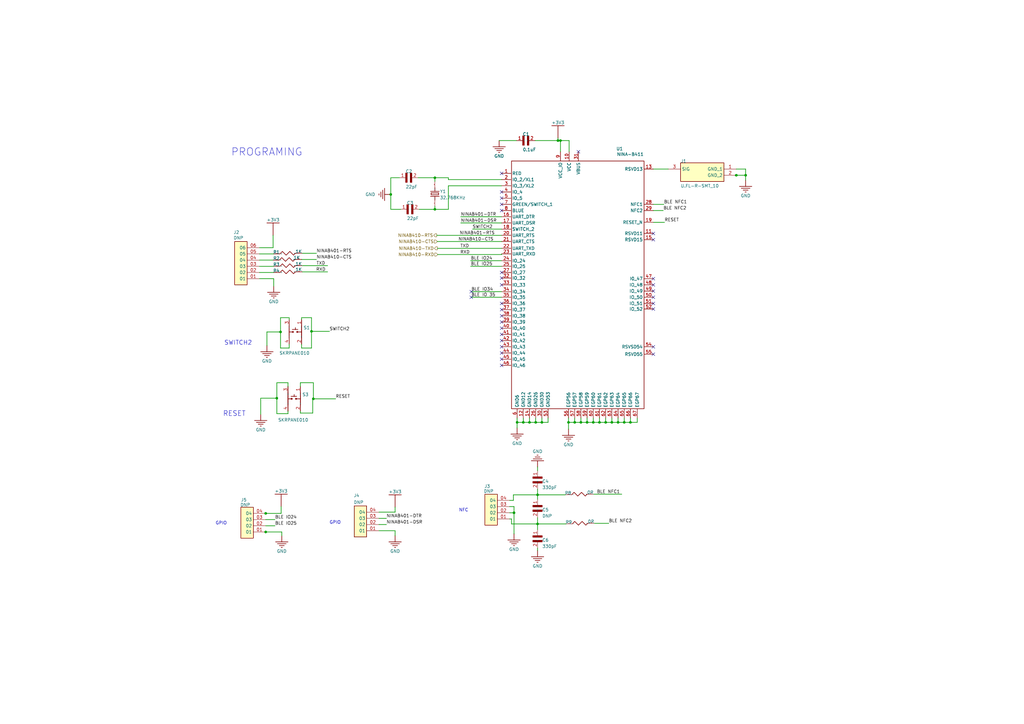
<source format=kicad_sch>
(kicad_sch (version 20230819) (generator eeschema)
  (paper "A3")
  (lib_symbols
    (symbol "NINA-B411-altium-import:+3V3" (power)
      (property "Reference" "#PWR" (at 0 0 0))
      (property "Value" "+3V3" (at 0 6.35 0))
      (symbol "+3V3_0_0"
        (polyline (pts (xy -2.54 -5.08) (xy 2.54 -5.08)) (stroke (width 0.254)))
        (polyline (pts (xy 0 0) (xy 0 -5.08)) (stroke (width 0.254)))
        (pin power_in line (at 0 0 0) (length 0) hide (name "+3V3") (number ""))
      )
    )
    (symbol "NINA-B411-altium-import:GND" (power)
      (property "Reference" "#PWR" (at 0 0 0))
      (property "Value" "GND" (at 0 6.35 0))
      (symbol "GND_0_0"
        (polyline (pts (xy -2.54 -2.54) (xy 2.54 -2.54)) (stroke (width 0.254)))
        (polyline (pts (xy -1.778 -3.302) (xy 1.778 -3.302)) (stroke (width 0.254)))
        (polyline (pts (xy -1.016 -4.064) (xy 1.016 -4.064)) (stroke (width 0.254)))
        (polyline (pts (xy -0.254 -4.826) (xy 0.254 -4.826)) (stroke (width 0.254)))
        (polyline (pts (xy 0 0) (xy 0 -2.54)) (stroke (width 0.254)))
        (pin power_in line (at 0 0 0) (length 0) hide (name "GND") (number ""))
      )
    )
    (symbol "NINA-B411-altium-import:root_0_1K"
      (symbol "root_0_1K_1_0"
        (polyline (pts (xy 4.318 4.826) (xy 5.334 5.842) (xy 6.858 4.318) (xy 8.382 5.842) (xy 9.906 4.318) (xy 10.668 5.08) (xy 10.922 5.08)) (stroke (width 0.254)))
        (pin passive line (at 1.778 4.826 0) (length 2.54) (name "1") (number "1"))
        (pin passive line (at 13.462 5.08 180) (length 2.54) (name "2") (number "2"))
      )
    )
    (symbol "NINA-B411-altium-import:root_0_NINA-B411"
      (symbol "root_0_NINA-B411_1_0"
        (rectangle (start 105.41 127) (end 51.054 25.4) (stroke (width 0.254)))
        (pin passive line (at 46.99 121.92 0) (length 3.81) (name "RED") (number "1"))
        (pin passive line (at 74.676 130.81 270) (length 3.81) (name "VCC") (number "10"))
        (pin passive line (at 109.22 97.282 180) (length 3.81) (name "RSVD11") (number "11"))
        (pin passive line (at 55.88 21.59 90) (length 3.81) (name "GND12") (number "12"))
        (pin passive line (at 109.22 123.698 180) (length 3.81) (name "RSVD13") (number "13"))
        (pin passive line (at 58.42 21.59 90) (length 3.81) (name "GND14") (number "14"))
        (pin passive line (at 109.22 94.742 180) (length 3.81) (name "RSVD15") (number "15"))
        (pin passive line (at 46.99 104.14 0) (length 3.81) (name "UART_DTR") (number "16"))
        (pin passive line (at 46.99 101.6 0) (length 3.81) (name "UART_DSR") (number "17"))
        (pin passive line (at 46.99 99.06 0) (length 3.81) (name "SWITCH_2") (number "18"))
        (pin passive line (at 109.22 101.854 180) (length 3.81) (name "RESET_N") (number "19"))
        (pin passive line (at 46.99 119.38 0) (length 3.81) (name "IO_2/XL1") (number "2"))
        (pin passive line (at 46.99 96.52 0) (length 3.81) (name "UART_RTS") (number "20"))
        (pin passive line (at 46.99 93.98 0) (length 3.81) (name "UART_CTS") (number "21"))
        (pin passive line (at 46.99 91.186 0) (length 3.81) (name "UART_TXD") (number "22"))
        (pin passive line (at 46.99 88.9 0) (length 3.81) (name "UART_RXD") (number "23"))
        (pin passive line (at 46.99 86.106 0) (length 3.81) (name "IO_24") (number "24"))
        (pin passive line (at 46.99 83.82 0) (length 3.81) (name "IO_25") (number "25"))
        (pin passive line (at 60.96 21.59 90) (length 3.81) (name "GND26") (number "26"))
        (pin passive line (at 46.99 81.28 0) (length 3.81) (name "IO_27") (number "27"))
        (pin passive line (at 109.22 109.22 180) (length 3.81) (name "NFC1") (number "28"))
        (pin passive line (at 109.22 106.68 180) (length 3.81) (name "NFC2") (number "29"))
        (pin passive line (at 46.99 116.84 0) (length 3.81) (name "IO_3/XL2") (number "3"))
        (pin passive line (at 63.5 21.59 90) (length 3.81) (name "GND30") (number "30"))
        (pin passive line (at 78.486 130.81 270) (length 3.81) (name "VBUS") (number "31"))
        (pin passive line (at 46.99 78.994 0) (length 3.81) (name "IO_32") (number "32"))
        (pin passive line (at 46.99 76.2 0) (length 3.81) (name "IO_33") (number "33"))
        (pin passive line (at 46.99 73.406 0) (length 3.81) (name "IO_34") (number "34"))
        (pin passive line (at 46.99 71.12 0) (length 3.81) (name "IO_35") (number "35"))
        (pin passive line (at 46.99 68.58 0) (length 3.81) (name "IO_36") (number "36"))
        (pin passive line (at 46.99 66.04 0) (length 3.81) (name "IO_37") (number "37"))
        (pin passive line (at 46.99 63.5 0) (length 3.81) (name "IO_38") (number "38"))
        (pin passive line (at 46.99 60.96 0) (length 3.81) (name "IO_39") (number "39"))
        (pin passive line (at 46.99 114.3 0) (length 3.81) (name "IO_4") (number "4"))
        (pin passive line (at 46.99 58.42 0) (length 3.81) (name "IO_40") (number "40"))
        (pin passive line (at 46.99 55.88 0) (length 3.81) (name "IO_41") (number "41"))
        (pin passive line (at 46.99 53.34 0) (length 3.81) (name "IO_42") (number "42"))
        (pin passive line (at 46.99 50.8 0) (length 3.81) (name "IO_43") (number "43"))
        (pin passive line (at 46.99 48.26 0) (length 3.81) (name "IO_44") (number "44"))
        (pin passive line (at 46.99 45.72 0) (length 3.81) (name "IO_45") (number "45"))
        (pin passive line (at 46.99 43.18 0) (length 3.81) (name "IO_46") (number "46"))
        (pin passive line (at 109.22 78.74 180) (length 3.81) (name "I0_47") (number "47"))
        (pin passive line (at 109.22 76.2 180) (length 3.81) (name "IO_48") (number "48"))
        (pin passive line (at 109.22 73.66 180) (length 3.81) (name "IO_49") (number "49"))
        (pin passive line (at 46.99 111.76 0) (length 3.81) (name "IO_5") (number "5"))
        (pin passive line (at 109.22 71.12 180) (length 3.81) (name "IO_50") (number "50"))
        (pin passive line (at 109.22 68.58 180) (length 3.81) (name "IO_51") (number "51"))
        (pin passive line (at 109.22 66.294 180) (length 3.81) (name "IO_52") (number "52"))
        (pin passive line (at 66.04 21.59 90) (length 3.81) (name "GND53") (number "53"))
        (pin passive line (at 109.22 50.8 180) (length 3.81) (name "RSVSD54") (number "54"))
        (pin passive line (at 109.22 47.752 180) (length 3.81) (name "RSVD55") (number "55"))
        (pin passive line (at 74.422 21.59 90) (length 3.81) (name "EGP56") (number "56"))
        (pin passive line (at 76.962 21.59 90) (length 3.81) (name "EGP57") (number "57"))
        (pin passive line (at 79.502 21.59 90) (length 3.81) (name "EGP58") (number "58"))
        (pin passive line (at 82.042 21.59 90) (length 3.81) (name "EGP59") (number "59"))
        (pin passive line (at 53.34 21.59 90) (length 3.81) (name "GND6") (number "6"))
        (pin passive line (at 84.582 21.59 90) (length 3.81) (name "EGP60") (number "60"))
        (pin passive line (at 87.122 21.59 90) (length 3.81) (name "EGP61") (number "61"))
        (pin passive line (at 89.662 21.59 90) (length 3.81) (name "EGP62") (number "62"))
        (pin passive line (at 92.202 21.59 90) (length 3.81) (name "EGP63") (number "63"))
        (pin passive line (at 94.742 21.59 90) (length 3.81) (name "EGP64") (number "64"))
        (pin passive line (at 97.282 21.59 90) (length 3.81) (name "EGP65") (number "65"))
        (pin passive line (at 99.822 21.59 90) (length 3.81) (name "EGP66") (number "66"))
        (pin passive line (at 102.616 21.59 90) (length 3.81) (name "EGP67") (number "67"))
        (pin passive line (at 46.99 109.22 0) (length 3.81) (name "GREEN/SWITCH_1") (number "7"))
        (pin passive line (at 46.99 106.68 0) (length 3.81) (name "BLUE") (number "8"))
        (pin passive line (at 71.12 130.81 270) (length 3.81) (name "VCC_IO") (number "9"))
      )
    )
    (symbol "NINA-B411-altium-import:root_0_U.FL-R-SMT_10__1"
      (symbol "root_0_U.FL-R-SMT_10__1_1_0"
        (rectangle (start 22.86 2.54) (end 5.08 -5.08) (stroke (width 0.254) (color 128 0 0 1)) (fill (type background)))
        (pin passive line (at 27.94 0 180) (length 5.08) (name "GND_1") (number "1"))
        (pin passive line (at 27.94 -2.54 180) (length 5.08) (name "GND_2") (number "2"))
        (pin passive line (at 0 0 0) (length 5.08) (name "SIG") (number "3"))
      )
    )
    (symbol "NINA-B411-altium-import:root_1_C0402C220K4RACTU"
      (symbol "root_1_C0402C220K4RACTU_1_0"
        (rectangle (start 1.905 0.635) (end -1.905 0) (stroke (width 0.254)) (fill (type outline)))
        (rectangle (start 1.905 2.54) (end -1.905 1.905) (stroke (width 0.254)) (fill (type outline)))
        (pin passive line (at 0 5.08 270) (length 2.54) (name "1") (number "1"))
        (pin passive line (at 0 -2.54 90) (length 2.54) (name "2") (number "2"))
      )
    )
    (symbol "NINA-B411-altium-import:root_1_ECS-3X8X"
      (symbol "root_1_ECS-3X8X_1_0"
        (polyline (pts (xy -1.778 -1.016) (xy 1.778 -1.016)) (stroke (width 0.254)))
        (polyline (pts (xy -1.778 1.016) (xy 1.778 1.016)) (stroke (width 0.254)))
        (polyline (pts (xy -1.524 -0.381) (xy 1.524 -0.381)) (stroke (width 0.254)))
        (polyline (pts (xy -1.524 0.381) (xy -1.524 -0.381)) (stroke (width 0.254)))
        (polyline (pts (xy 0 -2.54) (xy 0 -1.016)) (stroke (width 0.254)))
        (polyline (pts (xy 0 1.016) (xy 0 2.54)) (stroke (width 0.254)))
        (polyline (pts (xy 1.524 -0.381) (xy 1.524 0.381)) (stroke (width 0.254)))
        (polyline (pts (xy 1.524 0.381) (xy -1.524 0.381)) (stroke (width 0.254)))
        (pin passive line (at 0 -5.08 90) (length 2.54) (name "1") (number "1"))
        (pin passive line (at 0 5.08 270) (length 2.54) (name "2") (number "2"))
      )
    )
    (symbol "NINA-B411-altium-import:root_2_C0402C220K4RACTU"
      (symbol "root_2_C0402C220K4RACTU_1_0"
        (rectangle (start -1.905 1.905) (end -2.54 -1.905) (stroke (width 0.254)) (fill (type outline)))
        (rectangle (start 0 1.905) (end -0.635 -1.905) (stroke (width 0.254)) (fill (type outline)))
        (pin passive line (at -5.08 0 0) (length 2.54) (name "1") (number "1"))
        (pin passive line (at 2.54 0 180) (length 2.54) (name "2") (number "2"))
      )
    )
    (symbol "NINA-B411-altium-import:root_2_HTSW-106-14-S-S-LL"
      (symbol "root_2_HTSW-106-14-S-S-LL_1_0"
        (rectangle (start 7.62 7.62) (end 2.54 -10.16) (stroke (width 0.254) (color 128 0 0 1)) (fill (type background)))
        (pin passive line (at 12.7 -7.62 180) (length 5.08) (name "01") (number "01"))
        (pin passive line (at 12.7 -5.08 180) (length 5.08) (name "02") (number "02"))
        (pin passive line (at 12.7 -2.54 180) (length 5.08) (name "03") (number "03"))
        (pin passive line (at 12.7 0 180) (length 5.08) (name "04") (number "04"))
        (pin passive line (at 12.7 2.54 180) (length 5.08) (name "05") (number "05"))
        (pin passive line (at 12.7 5.08 180) (length 5.08) (name "06") (number "06"))
      )
    )
    (symbol "NINA-B411-altium-import:root_2_TSM-104-03-F-SV"
      (symbol "root_2_TSM-104-03-F-SV_1_0"
        (rectangle (start 5.08 7.62) (end 0 -5.08) (stroke (width 0.254) (color 128 0 0 1)) (fill (type background)))
        (pin passive line (at 10.16 -2.54 180) (length 5.08) (name "01") (number "01"))
        (pin passive line (at 10.16 0 180) (length 5.08) (name "02") (number "02"))
        (pin passive line (at 10.16 2.54 180) (length 5.08) (name "03") (number "03"))
        (pin passive line (at 10.16 5.08 180) (length 5.08) (name "04") (number "04"))
      )
    )
    (symbol "NINA-B411-altium-import:root_3_SKRPACE010"
      (symbol "root_3_SKRPACE010_1_0"
        (circle (center -1.016 0) (radius 0.254) (stroke (width 0.254)))
        (polyline (pts (xy -2.54 -5.08) (xy -2.54 5.08)) (stroke (width 0.254)))
        (polyline (pts (xy -2.54 0) (xy -2.54 -2.54)) (stroke (width 0.254)))
        (polyline (pts (xy -2.54 2.54) (xy -2.54 0)) (stroke (width 0.254)))
        (polyline (pts (xy -1.016 0) (xy -2.54 0)) (stroke (width 0.254)))
        (polyline (pts (xy 0 1.016) (xy -1.27 1.016)) (stroke (width 0.254)))
        (polyline (pts (xy 0 1.016) (xy 0 1.778)) (stroke (width 0.254)))
        (polyline (pts (xy 0.762 0) (xy 2.54 0)) (stroke (width 0.254)))
        (polyline (pts (xy 1.016 1.016) (xy 0 1.016)) (stroke (width 0.254)))
        (polyline (pts (xy 2.54 0) (xy 2.54 -2.54)) (stroke (width 0.254)))
        (polyline (pts (xy 2.54 2.54) (xy 2.54 0)) (stroke (width 0.254)))
        (polyline (pts (xy 2.54 5.08) (xy 2.54 -5.08)) (stroke (width 0.254)))
        (circle (center 0.762 0) (radius 0.254) (stroke (width 0.254)))
        (pin bidirectional line (at 2.54 5.08 270) (length 2.54) (name "1") (number "1"))
        (pin bidirectional line (at 2.54 -5.08 90) (length 2.54) (name "2") (number "2"))
        (pin bidirectional line (at -2.54 5.08 270) (length 2.54) (name "3") (number "3"))
        (pin bidirectional line (at -2.54 -5.08 90) (length 2.54) (name "4") (number "4"))
      )
    )
  )
  (junction (at 160.274 79.756))
  (junction (at 305.816 71.882))
  (junction (at 108.966 210.566))
  (junction (at 214.63 173.228))
  (junction (at 178.364 72.898))
  (junction (at 240.792 173.228))
  (junction (at 220.472 214.884))
  (junction (at 127.762 135.89))
  (junction (at 238.252 173.228))
  (junction (at 128.524 163.576))
  (junction (at 302.006 71.882))
  (junction (at 233.172 173.228))
  (junction (at 229.87 57.658))
  (junction (at 235.712 173.228))
  (junction (at 113.538 163.322))
  (junction (at 250.952 173.228))
  (junction (at 115.062 136.144))
  (junction (at 217.17 173.228))
  (junction (at 245.872 173.228))
  (junction (at 178.364 85.852))
  (junction (at 219.71 173.228))
  (junction (at 212.09 173.228))
  (junction (at 228.854 57.658))
  (junction (at 243.332 173.228))
  (junction (at 108.966 218.186))
  (junction (at 253.492 173.228))
  (junction (at 210.82 210.312))
  (junction (at 248.412 173.228))
  (junction (at 256.032 173.228))
  (junction (at 220.472 202.946))
  (junction (at 222.25 173.228))
  (junction (at 258.572 173.228))
  (no_connect (at 267.97 126.746))
  (no_connect (at 205.74 129.54))
  (no_connect (at 205.74 149.86))
  (no_connect (at 205.74 81.28))
  (no_connect (at 193.294 121.92))
  (no_connect (at 237.236 62.23))
  (no_connect (at 205.74 114.046))
  (no_connect (at 267.97 145.288))
  (no_connect (at 205.74 111.76))
  (no_connect (at 205.74 124.46))
  (no_connect (at 267.97 124.46))
  (no_connect (at 205.74 71.12))
  (no_connect (at 267.97 114.3))
  (no_connect (at 205.74 78.74))
  (no_connect (at 267.97 119.38))
  (no_connect (at 267.97 98.298))
  (no_connect (at 193.294 119.634))
  (no_connect (at 205.74 142.24))
  (no_connect (at 205.74 147.32))
  (no_connect (at 205.74 116.84))
  (no_connect (at 205.74 134.62))
  (no_connect (at 267.97 142.24))
  (no_connect (at 267.97 116.84))
  (no_connect (at 205.74 137.16))
  (no_connect (at 205.74 139.7))
  (no_connect (at 205.74 83.82))
  (no_connect (at 205.74 144.78))
  (no_connect (at 205.74 132.08))
  (no_connect (at 205.74 86.36))
  (no_connect (at 205.74 127))
  (no_connect (at 267.97 121.92))
  (no_connect (at 267.97 95.758))
  (wire (pts (xy 123.698 142.748) (xy 123.698 141.224)) (stroke (width 0.254)))
  (wire (pts (xy 128.524 163.576) (xy 128.524 156.972)) (stroke (width 0.254)))
  (wire (pts (xy 272.288 83.82) (xy 267.97 83.82)) (stroke (width 0.254)))
  (wire (pts (xy 220.472 214.884) (xy 220.472 212.344)) (stroke (width 0.254)))
  (wire (pts (xy 220.472 202.946) (xy 220.472 200.66)) (stroke (width 0.254)))
  (wire (pts (xy 183.896 85.852) (xy 183.896 76.2)) (stroke (width 0.254)))
  (wire (pts (xy 106.934 169.926) (xy 106.934 163.322)) (stroke (width 0.254)))
  (wire (pts (xy 209.042 212.852) (xy 209.804 212.852)) (stroke (width 0.254)))
  (wire (pts (xy 134.366 108.966) (xy 123.952 108.966)) (stroke (width 0.254)))
  (wire (pts (xy 261.366 173.228) (xy 261.366 171.45)) (stroke (width 0.254)))
  (wire (pts (xy 255.016 202.692) (xy 243.586 202.692)) (stroke (width 0.254)))
  (wire (pts (xy 209.042 207.772) (xy 210.82 207.772)) (stroke (width 0.254)))
  (wire (pts (xy 205.74 104.14) (xy 205.74 104.394)) (stroke (width 0.254)))
  (wire (pts (xy 108.712 210.566) (xy 108.966 210.566)) (stroke (width 0.254)))
  (wire (pts (xy 113.538 156.972) (xy 118.11 156.972)) (stroke (width 0.254)))
  (wire (pts (xy 193.294 121.92) (xy 205.74 121.92)) (stroke (width 0.254)))
  (wire (pts (xy 222.25 171.45) (xy 222.25 173.228)) (stroke (width 0.254)))
  (wire (pts (xy 238.252 173.228) (xy 240.792 173.228)) (stroke (width 0.254)))
  (wire (pts (xy 220.472 214.884) (xy 232.156 214.884)) (stroke (width 0.254)))
  (wire (pts (xy 253.492 173.228) (xy 256.032 173.228)) (stroke (width 0.254)))
  (wire (pts (xy 162.052 210.058) (xy 162.052 208.026)) (stroke (width 0.254)))
  (wire (pts (xy 250.952 173.228) (xy 253.492 173.228)) (stroke (width 0.254)))
  (wire (pts (xy 115.062 136.144) (xy 115.062 142.748)) (stroke (width 0.254)))
  (wire (pts (xy 243.332 173.228) (xy 245.872 173.228)) (stroke (width 0.254)))
  (wire (pts (xy 205.74 101.854) (xy 179.415 101.854)) (stroke (width 0.254)))
  (wire (pts (xy 118.618 142.748) (xy 118.618 141.224)) (stroke (width 0.254)))
  (wire (pts (xy 214.63 171.45) (xy 214.63 173.228)) (stroke (width 0.254)))
  (wire (pts (xy 115.316 210.566) (xy 115.316 207.772)) (stroke (width 0.254)))
  (wire (pts (xy 118.11 168.656) (xy 118.11 169.672)) (stroke (width 0.254)))
  (wire (pts (xy 115.062 130.302) (xy 118.618 130.302)) (stroke (width 0.254)))
  (wire (pts (xy 178.364 72.898) (xy 183.896 72.898)) (stroke (width 0.254)))
  (wire (pts (xy 108.966 218.186) (xy 108.712 218.186)) (stroke (width 0.254)))
  (wire (pts (xy 109.474 136.144) (xy 115.062 136.144)) (stroke (width 0.254)))
  (wire (pts (xy 160.274 72.898) (xy 163.83 72.898)) (stroke (width 0.254)))
  (wire (pts (xy 123.19 169.418) (xy 123.19 168.656)) (stroke (width 0.254)))
  (wire (pts (xy 115.062 142.748) (xy 118.618 142.748)) (stroke (width 0.254)))
  (wire (pts (xy 210.82 210.312) (xy 210.82 218.948)) (stroke (width 0.254)))
  (wire (pts (xy 233.172 173.228) (xy 233.172 176.022)) (stroke (width 0.254)))
  (wire (pts (xy 128.27 169.418) (xy 123.19 169.418)) (stroke (width 0.254)))
  (wire (pts (xy 233.172 171.45) (xy 233.172 173.228)) (stroke (width 0.254)))
  (wire (pts (xy 229.87 57.658) (xy 233.426 57.658)) (stroke (width 0.254)))
  (wire (pts (xy 137.668 163.576) (xy 128.524 163.576)) (stroke (width 0.254)))
  (wire (pts (xy 229.87 62.23) (xy 229.87 57.658)) (stroke (width 0.254)))
  (wire (pts (xy 272.034 86.36) (xy 267.97 86.36)) (stroke (width 0.254)))
  (wire (pts (xy 129.794 103.886) (xy 123.952 103.886)) (stroke (width 0.254)))
  (wire (pts (xy 210.566 202.946) (xy 220.472 202.946)) (stroke (width 0.254)))
  (wire (pts (xy 171.958 85.852) (xy 178.364 85.852)) (stroke (width 0.254)))
  (wire (pts (xy 193.802 93.98) (xy 205.74 93.98)) (stroke (width 0.254)))
  (wire (pts (xy 171.45 72.898) (xy 178.364 72.898)) (stroke (width 0.254)))
  (wire (pts (xy 205.74 99.06) (xy 179.38 99.06)) (stroke (width 0.254)))
  (wire (pts (xy 205.74 104.394) (xy 179.544 104.394)) (stroke (width 0.254)))
  (wire (pts (xy 135.128 135.89) (xy 127.762 135.89)) (stroke (width 0.254)))
  (wire (pts (xy 240.792 173.228) (xy 243.332 173.228)) (stroke (width 0.254)))
  (wire (pts (xy 127.762 135.89) (xy 127.762 130.302)) (stroke (width 0.254)))
  (wire (pts (xy 112.014 106.68) (xy 106.426 106.68)) (stroke (width 0.254)))
  (wire (pts (xy 235.712 173.228) (xy 238.252 173.228)) (stroke (width 0.254)))
  (wire (pts (xy 210.82 207.772) (xy 210.82 210.312)) (stroke (width 0.254)))
  (wire (pts (xy 250.952 171.45) (xy 250.952 173.228)) (stroke (width 0.254)))
  (wire (pts (xy 160.274 79.756) (xy 160.274 85.852)) (stroke (width 0.254)))
  (wire (pts (xy 231.902 202.946) (xy 220.472 202.946)) (stroke (width 0.254)))
  (wire (pts (xy 112.776 215.646) (xy 108.966 215.646)) (stroke (width 0.254)))
  (wire (pts (xy 249.682 214.63) (xy 243.84 214.63)) (stroke (width 0.254)))
  (wire (pts (xy 256.032 171.45) (xy 256.032 173.228)) (stroke (width 0.254)))
  (wire (pts (xy 228.854 56.642) (xy 228.854 57.658)) (stroke (width 0.254)))
  (wire (pts (xy 193.294 119.634) (xy 205.74 119.634)) (stroke (width 0.254)))
  (wire (pts (xy 212.09 173.228) (xy 212.09 175.514)) (stroke (width 0.254)))
  (wire (pts (xy 155.448 210.058) (xy 162.052 210.058)) (stroke (width 0.254)))
  (wire (pts (xy 188.976 88.9) (xy 205.74 88.9)) (stroke (width 0.254)))
  (wire (pts (xy 272.542 91.186) (xy 267.97 91.186)) (stroke (width 0.254)))
  (wire (pts (xy 210.566 205.232) (xy 210.566 202.946)) (stroke (width 0.254)))
  (wire (pts (xy 302.006 71.882) (xy 305.816 71.882)) (stroke (width 0.254)))
  (wire (pts (xy 211.836 57.658) (xy 204.724 57.658)) (stroke (width 0.254)))
  (wire (pts (xy 160.274 79.756) (xy 160.274 72.898)) (stroke (width 0.254)))
  (wire (pts (xy 118.618 130.302) (xy 118.618 131.064)) (stroke (width 0.254)))
  (wire (pts (xy 233.172 173.228) (xy 235.712 173.228)) (stroke (width 0.254)))
  (wire (pts (xy 158.496 212.598) (xy 155.448 212.598)) (stroke (width 0.254)))
  (wire (pts (xy 115.062 136.144) (xy 115.062 130.302)) (stroke (width 0.254)))
  (wire (pts (xy 274.066 69.342) (xy 267.97 69.342)) (stroke (width 0.254)))
  (wire (pts (xy 188.976 91.44) (xy 205.74 91.44)) (stroke (width 0.254)))
  (wire (pts (xy 123.19 156.972) (xy 123.19 158.496)) (stroke (width 0.254)))
  (wire (pts (xy 228.854 57.658) (xy 229.87 57.658)) (stroke (width 0.254)))
  (wire (pts (xy 209.804 214.884) (xy 220.472 214.884)) (stroke (width 0.254)))
  (wire (pts (xy 127.762 130.302) (xy 123.698 130.302)) (stroke (width 0.254)))
  (wire (pts (xy 305.816 71.882) (xy 305.816 69.342)) (stroke (width 0.254)))
  (wire (pts (xy 123.698 130.302) (xy 123.698 131.064)) (stroke (width 0.254)))
  (wire (pts (xy 112.268 114.3) (xy 112.268 117.348)) (stroke (width 0.254)))
  (wire (pts (xy 115.57 219.71) (xy 115.57 218.186)) (stroke (width 0.254)))
  (wire (pts (xy 160.274 85.852) (xy 164.338 85.852)) (stroke (width 0.254)))
  (wire (pts (xy 217.17 173.228) (xy 214.63 173.228)) (stroke (width 0.254)))
  (wire (pts (xy 178.364 85.852) (xy 178.364 84.582)) (stroke (width 0.254)))
  (wire (pts (xy 193.04 109.22) (xy 205.74 109.22)) (stroke (width 0.254)))
  (wire (pts (xy 118.11 169.672) (xy 113.538 169.672)) (stroke (width 0.254)))
  (wire (pts (xy 115.57 218.186) (xy 108.966 218.186)) (stroke (width 0.254)))
  (wire (pts (xy 183.896 73.66) (xy 205.74 73.66)) (stroke (width 0.254)))
  (wire (pts (xy 158.496 215.138) (xy 155.448 215.138)) (stroke (width 0.254)))
  (wire (pts (xy 113.538 163.322) (xy 113.538 156.972)) (stroke (width 0.254)))
  (wire (pts (xy 305.816 69.342) (xy 302.006 69.342)) (stroke (width 0.254)))
  (wire (pts (xy 134.366 111.506) (xy 123.952 111.506)) (stroke (width 0.254)))
  (wire (pts (xy 210.82 210.312) (xy 209.042 210.312)) (stroke (width 0.254)))
  (wire (pts (xy 217.17 171.45) (xy 217.17 173.228)) (stroke (width 0.254)))
  (wire (pts (xy 238.252 171.45) (xy 238.252 173.228)) (stroke (width 0.254)))
  (wire (pts (xy 224.79 171.45) (xy 224.79 173.228)) (stroke (width 0.254)))
  (wire (pts (xy 220.472 204.724) (xy 220.472 202.946)) (stroke (width 0.254)))
  (wire (pts (xy 258.572 173.228) (xy 261.366 173.228)) (stroke (width 0.254)))
  (wire (pts (xy 219.456 57.658) (xy 228.854 57.658)) (stroke (width 0.254)))
  (wire (pts (xy 220.472 191.516) (xy 220.472 193.04)) (stroke (width 0.254)))
  (wire (pts (xy 248.412 173.228) (xy 250.952 173.228)) (stroke (width 0.254)))
  (wire (pts (xy 256.032 173.228) (xy 258.572 173.228)) (stroke (width 0.254)))
  (wire (pts (xy 209.804 212.852) (xy 209.804 214.884)) (stroke (width 0.254)))
  (wire (pts (xy 240.792 171.45) (xy 240.792 173.228)) (stroke (width 0.254)))
  (wire (pts (xy 243.332 171.45) (xy 243.332 173.228)) (stroke (width 0.254)))
  (wire (pts (xy 155.448 217.678) (xy 162.052 217.678)) (stroke (width 0.254)))
  (wire (pts (xy 220.472 224.79) (xy 220.472 225.806)) (stroke (width 0.254)))
  (wire (pts (xy 183.896 76.2) (xy 205.74 76.2)) (stroke (width 0.254)))
  (wire (pts (xy 106.934 163.322) (xy 113.538 163.322)) (stroke (width 0.254)))
  (wire (pts (xy 219.71 171.45) (xy 219.71 173.228)) (stroke (width 0.254)))
  (wire (pts (xy 128.27 163.576) (xy 128.27 169.418)) (stroke (width 0.254)))
  (wire (pts (xy 106.426 104.14) (xy 112.268 104.14)) (stroke (width 0.254)))
  (wire (pts (xy 245.872 171.45) (xy 245.872 173.228)) (stroke (width 0.254)))
  (wire (pts (xy 301.498 71.882) (xy 302.006 71.882)) (stroke (width 0.254)))
  (wire (pts (xy 178.364 72.898) (xy 178.364 74.422)) (stroke (width 0.254)))
  (wire (pts (xy 112.268 109.22) (xy 106.426 109.22)) (stroke (width 0.254)))
  (wire (pts (xy 305.816 71.882) (xy 305.816 73.914)) (stroke (width 0.254)))
  (wire (pts (xy 178.364 85.852) (xy 183.896 85.852)) (stroke (width 0.254)))
  (wire (pts (xy 106.426 111.76) (xy 112.268 111.76)) (stroke (width 0.254)))
  (wire (pts (xy 222.25 173.228) (xy 219.71 173.228)) (stroke (width 0.254)))
  (wire (pts (xy 112.014 101.6) (xy 106.426 101.6)) (stroke (width 0.254)))
  (wire (pts (xy 233.426 57.658) (xy 233.426 62.23)) (stroke (width 0.254)))
  (wire (pts (xy 106.426 114.3) (xy 112.268 114.3)) (stroke (width 0.254)))
  (wire (pts (xy 205.74 96.52) (xy 179.126 96.52)) (stroke (width 0.254)))
  (wire (pts (xy 214.63 173.228) (xy 212.09 173.228)) (stroke (width 0.254)))
  (wire (pts (xy 113.538 169.672) (xy 113.538 163.322)) (stroke (width 0.254)))
  (wire (pts (xy 253.492 171.45) (xy 253.492 173.228)) (stroke (width 0.254)))
  (wire (pts (xy 193.04 106.934) (xy 205.74 106.934)) (stroke (width 0.254)))
  (wire (pts (xy 183.896 72.898) (xy 183.896 73.66)) (stroke (width 0.254)))
  (wire (pts (xy 209.042 205.232) (xy 210.566 205.232)) (stroke (width 0.254)))
  (wire (pts (xy 224.79 173.228) (xy 222.25 173.228)) (stroke (width 0.254)))
  (wire (pts (xy 109.474 141.732) (xy 109.474 136.144)) (stroke (width 0.254)))
  (wire (pts (xy 235.712 171.45) (xy 235.712 173.228)) (stroke (width 0.254)))
  (wire (pts (xy 112.776 213.106) (xy 108.966 213.106)) (stroke (width 0.254)))
  (wire (pts (xy 245.872 173.228) (xy 248.412 173.228)) (stroke (width 0.254)))
  (wire (pts (xy 258.572 171.45) (xy 258.572 173.228)) (stroke (width 0.254)))
  (wire (pts (xy 219.71 173.228) (xy 217.17 173.228)) (stroke (width 0.254)))
  (wire (pts (xy 220.472 214.884) (xy 220.472 217.17)) (stroke (width 0.254)))
  (wire (pts (xy 127.762 142.748) (xy 123.698 142.748)) (stroke (width 0.254)))
  (wire (pts (xy 127.762 135.89) (xy 127.762 142.748)) (stroke (width 0.254)))
  (wire (pts (xy 162.052 217.678) (xy 162.052 219.71)) (stroke (width 0.254)))
  (wire (pts (xy 128.524 156.972) (xy 123.19 156.972)) (stroke (width 0.254)))
  (wire (pts (xy 248.412 171.45) (xy 248.412 173.228)) (stroke (width 0.254)))
  (wire (pts (xy 112.014 96.52) (xy 112.014 101.6)) (stroke (width 0.254)))
  (wire (pts (xy 118.11 156.972) (xy 118.11 158.496)) (stroke (width 0.254)))
  (wire (pts (xy 212.09 173.228) (xy 212.09 171.45)) (stroke (width 0.254)))
  (wire (pts (xy 108.966 210.566) (xy 115.316 210.566)) (stroke (width 0.254)))
  (wire (pts (xy 129.794 106.426) (xy 123.698 106.426)) (stroke (width 0.254)))
  (wire (pts (xy 128.524 163.576) (xy 128.27 163.576)) (stroke (width 0.254)))
  (text "GPIO" (at 135.128 215.138 0) (effects (font (size 1.27 1.27)) (justify left bottom)))
  (text "RESET" (at 91.44 170.942 0) (effects (font (size 2.032 2.032)) (justify left bottom)))
  (text "NFC" (at 188.214 210.058 0) (effects (font (size 1.27 1.27)) (justify left bottom)))
  (text "SWITCH2" (at 91.948 141.732 0) (effects (font (size 1.778 1.778)) (justify left bottom)))
  (text "GPIO" (at 88.392 215.392 0) (effects (font (size 1.27 1.27)) (justify left bottom)))
  (text "PROGRAMING" (at 94.742 64.262 0) (effects (font (size 3.048 3.048)) (justify left bottom)))
  (label "BLE NFC2" (at 272.034 86.36 0))
  (label "NINAB401-RTS" (at 129.794 103.886 0))
  (label "NINAB401-DTR" (at 188.976 88.9 0))
  (label "NINAB401-DSR" (at 158.496 215.138 0))
  (label "BLE NFC1" (at 272.288 83.82 0))
  (label "RXD" (at 188.722 104.394 0))
  (label "BLE NFC2" (at 249.682 214.63 0))
  (label "BLE IO25" (at 193.04 109.22 0))
  (label "RESET" (at 137.668 163.576 0))
  (label "TXD" (at 129.739 108.966 0))
  (label "NINAB410-CTS" (at 187.96 99.06 0))
  (label "BLE NFC1" (at 244.782 202.692 0))
  (label "BLE IO25" (at 112.776 215.646 0))
  (label "SWITCH2" (at 193.802 93.98 0))
  (label "SWITCH2" (at 135.128 135.89 0))
  (label "BLE IO24" (at 112.776 213.106 0))
  (label "BLE IO24" (at 193.04 106.934 0))
  (label "RESET" (at 272.542 91.186 0))
  (label "NINAB410-CTS" (at 129.794 106.426 0))
  (label "TXD" (at 188.722 101.854 0))
  (label "NINAB401-DSR" (at 188.976 91.44 0))
  (label "BLE IO34" (at 193.294 119.634 0))
  (label "NINAB401-DTR" (at 158.496 212.598 0))
  (label "RXD" (at 129.611 111.506 0))
  (label "NINAB401-RTS" (at 188.468 96.52 0))
  (label "BLE IO 35" (at 193.294 121.92 0))
  (hierarchical_label "NINAB410-RXD" (shape input) (at 179.544 104.394 180))
  (hierarchical_label "NINAB410-TXD" (shape output) (at 179.415 101.854 180))
  (hierarchical_label "NINAB410-RTS" (shape output) (at 179.126 96.52 180))
  (hierarchical_label "NINAB410-CTS" (shape input) (at 179.38 99.06 180))
  (symbol (lib_id "NINA-B411-altium-import:GND") (at 220.472 225.806 0) (unit 1)
    (property "Reference" "#PWR0139" (effects hide))
    (property "Value" "GND" (at 220.472 232.156 0))
    (instances (project "Bluetooth-Anchor _Wifi KİCAD" (path "" (reference "#PWR0139") (unit 1))) (project "NINA-B411" (path "" (reference "#PWR?") (unit 1))))
  )
  (symbol (lib_id "NINA-B411-altium-import:root_0_1K") (at 110.49 108.966 0) (unit 1)
    (property "Reference" "R1" (at 112.014 104.14 0) (effects (justify left bottom)))
    (property "Value" "1K" (at 121.158 103.886 0) (effects (justify left bottom)))
    (property "Footprint" "Res_0402" (effects hide))
  )
  (symbol (lib_id "NINA-B411-altium-import:root_0_1K") (at 230.378 219.71 0) (unit 1)
    (property "Reference" "R9" (at 231.902 214.884 0) (effects (justify left bottom)))
    (property "Value" "0R" (at 241.046 214.63 0) (effects (justify left bottom)))
    (property "Footprint" "Res_0402" (effects hide))
  )
  (symbol (lib_id "NINA-B411-altium-import:root_2_HTSW-106-14-S-S-LL") (at 93.726 106.68 0) (unit 1)
    (property "Reference" "J2" (at 95.758 96.012 0) (effects (justify left bottom)))
    (property "Value" "DNP" (at 95.758 98.298 0) (effects (justify left bottom)))
    (property "Footprint" "Header_6Ways_2x54" (effects hide))
    (property "MF" "Samtec" (effects hide))
    (property "PACKAGE" "None" (effects hide))
    (property "PRICE" "None" (effects hide))
    (property "CHECK_PRICES" "https://www.snapeda.com/parts/HTSW-106-14-S-S-LL/Samtec/view-part/?ref=eda" (effects hide))
    (property "ALTIUM_VALUE" "*" (effects hide))
    (property "SNAPEDA_LINK" "https://www.snapeda.com/parts/HTSW-106-14-S-S-LL/Samtec/view-part/?ref=snap" (effects hide))
    (property "MP" "HTSW-106-14-S-S-LL" (effects hide))
    (property "AVAILABILITY" "In Stock" (effects hide))
    (property "PURCHASE-URL" "https://pricing.snapeda.com/search?q=HTSW-106-14-S-S-LL&ref=eda" (effects hide))
  )
  (symbol (lib_id "NINA-B411-altium-import:root_2_C0402C220K4RACTU") (at 168.91 72.898 0) (unit 1)
    (property "Reference" "C2" (at 166.37 70.993 0) (effects (justify left bottom)))
    (property "Value" "22pF" (at 166.37 77.343 0) (effects (justify left bottom)))
    (property "Footprint" "C_0402" (effects hide))
    (property "MP" "C0402C220K4RACTU" (effects hide))
    (property "SNAPEDA_LINK" "https://www.snapeda.com/parts/C0402C220K4RACTU/KEMET/view-part/2040769/?ref=snap" (effects hide))
    (property "PRICE" "None" (effects hide))
    (property "MF" "KEMET" (effects hide))
    (property "PACKAGE" "0402 KEMET" (effects hide))
    (property "AVAILABILITY" "Unavailable" (effects hide))
    (property "ALTIUM_VALUE" "*" (effects hide))
  )
  (symbol (lib_id "NINA-B411-altium-import:GND") (at 220.472 191.516 180) (unit 1)
    (property "Reference" "#PWR0141" (effects hide))
    (property "Value" "GND" (at 220.472 185.166 0))
    (instances (project "Bluetooth-Anchor _Wifi KİCAD" (path "" (reference "#PWR0141") (unit 1))) (project "NINA-B411" (path "" (reference "#PWR?") (unit 1))))
  )
  (symbol (lib_id "NINA-B411-altium-import:+3V3") (at 228.854 56.642 180) (unit 1)
    (property "Reference" "#PWR0132" (effects hide))
    (property "Value" "+3V3" (at 228.854 50.292 0))
    (instances (project "Bluetooth-Anchor _Wifi KİCAD" (path "" (reference "#PWR0132") (unit 1))) (project "NINA-B411" (path "" (reference "#PWR?") (unit 1))))
  )
  (symbol (lib_id "NINA-B411-altium-import:root_3_SKRPACE010") (at 120.65 163.576 0) (unit 1)
    (property "Reference" "S3" (at 123.952 162.56 0) (effects (justify left bottom)))
    (property "Value" "SKRPANE010" (at 114.046 172.974 0) (effects (justify left bottom)))
    (property "Footprint" "SKRPANE010" (effects hide))
    (property "MF" "ALPS" (effects hide))
    (property "SNAPEDA_LINK" "https://www.snapeda.com/parts/SKRPACE010/ALPS/view-part/376136/?ref=snap" (effects hide))
    (property "PACKAGE" "None" (effects hide))
    (property "PRICE" "None" (effects hide))
    (property "MP" "SKRPACE010" (effects hide))
    (property "AVAILABILITY" "Good" (effects hide))
    (property "ALTIUM_VALUE" "*" (effects hide))
    (property "CHECK_PRICES" "https://www.snapeda.com/parts/SKRPACE010/ALPS/view-part/376136/?ref=eda" (effects hide))
  )
  (symbol (lib_id "NINA-B411-altium-import:GND") (at 204.724 57.658 0) (unit 1)
    (property "Reference" "#PWR0133" (effects hide))
    (property "Value" "GND" (at 204.724 64.008 0))
    (instances (project "Bluetooth-Anchor _Wifi KİCAD" (path "" (reference "#PWR0133") (unit 1))) (project "NINA-B411" (path "" (reference "#PWR?") (unit 1))))
  )
  (symbol (lib_id "NINA-B411-altium-import:GND") (at 305.816 73.914 0) (unit 1)
    (property "Reference" "#PWR0134" (effects hide))
    (property "Value" "GND" (at 305.816 80.264 0))
    (instances (project "Bluetooth-Anchor _Wifi KİCAD" (path "" (reference "#PWR0134") (unit 1))) (project "NINA-B411" (path "" (reference "#PWR?") (unit 1))))
  )
  (symbol (lib_id "NINA-B411-altium-import:GND") (at 212.09 175.514 0) (unit 1)
    (property "Reference" "#PWR0126" (effects hide))
    (property "Value" "GND" (at 212.09 181.864 0))
    (instances (project "Bluetooth-Anchor _Wifi KİCAD" (path "" (reference "#PWR0126") (unit 1))) (project "NINA-B411" (path "" (reference "#PWR?") (unit 1))))
  )
  (symbol (lib_id "NINA-B411-altium-import:GND") (at 160.274 79.756 270) (unit 1)
    (property "Reference" "#PWR0135" (effects hide))
    (property "Value" "GND" (at 153.924 79.756 90) (effects (justify right)))
    (instances (project "Bluetooth-Anchor _Wifi KİCAD" (path "" (reference "#PWR0135") (unit 1))) (project "NINA-B411" (path "" (reference "#PWR?") (unit 1))))
  )
  (symbol (lib_id "NINA-B411-altium-import:root_2_C0402C220K4RACTU") (at 216.916 57.658 0) (unit 1)
    (property "Reference" "C1" (at 214.376 55.753 0) (effects (justify left bottom)))
    (property "Value" "0.1uF" (at 214.376 62.103 0) (effects (justify left bottom)))
    (property "Footprint" "C_0402" (effects hide))
    (property "MP" "C0402C220K4RACTU" (effects hide))
    (property "SNAPEDA_LINK" "https://www.snapeda.com/parts/C0402C220K4RACTU/KEMET/view-part/2040769/?ref=snap" (effects hide))
    (property "PRICE" "None" (effects hide))
    (property "MF" "KEMET" (effects hide))
    (property "PACKAGE" "0402 KEMET" (effects hide))
    (property "AVAILABILITY" "Unavailable" (effects hide))
    (property "ALTIUM_VALUE" "*" (effects hide))
  )
  (symbol (lib_id "NINA-B411-altium-import:GND") (at 162.052 219.71 0) (unit 1)
    (property "Reference" "#PWR0125" (effects hide))
    (property "Value" "GND" (at 162.052 226.06 0))
    (instances (project "Bluetooth-Anchor _Wifi KİCAD" (path "" (reference "#PWR0125") (unit 1))) (project "NINA-B411" (path "" (reference "#PWR?") (unit 1))))
  )
  (symbol (lib_id "NINA-B411-altium-import:root_1_C0402C220K4RACTU") (at 220.472 198.12 0) (unit 1)
    (property "Reference" "C4" (at 222.377 198.12 0) (effects (justify left bottom)))
    (property "Value" "330pF" (at 222.377 200.66 0) (effects (justify left bottom)))
    (property "Footprint" "C_0402" (effects hide))
    (property "MP" "C0402C220K4RACTU" (effects hide))
    (property "SNAPEDA_LINK" "https://www.snapeda.com/parts/C0402C220K4RACTU/KEMET/view-part/2040769/?ref=snap" (effects hide))
    (property "PRICE" "None" (effects hide))
    (property "MF" "KEMET" (effects hide))
    (property "PACKAGE" "0402 KEMET" (effects hide))
    (property "AVAILABILITY" "Unavailable" (effects hide))
    (property "ALTIUM_VALUE" "*" (effects hide))
  )
  (symbol (lib_id "NINA-B411-altium-import:GND") (at 210.82 218.948 0) (unit 1)
    (property "Reference" "#PWR0127" (effects hide))
    (property "Value" "GND" (at 210.82 225.298 0))
    (instances (project "Bluetooth-Anchor _Wifi KİCAD" (path "" (reference "#PWR0127") (unit 1))) (project "NINA-B411" (path "" (reference "#PWR?") (unit 1))))
  )
  (symbol (lib_id "NINA-B411-altium-import:root_2_TSM-104-03-F-SV") (at 198.882 210.312 0) (unit 1)
    (property "Reference" "J3" (at 198.628 200.152 0) (effects (justify left bottom)))
    (property "Value" "DNP" (at 198.374 202.184 0) (effects (justify left bottom)))
    (property "Footprint" "Header_4Ways_2x54_Male" (effects hide))
    (property "MF" "Samtec" (effects hide))
    (property "PACKAGE" "None" (effects hide))
    (property "PRICE" "None" (effects hide))
    (property "CHECK_PRICES" "https://www.snapeda.com/parts/TSM-104-03-F-SV/Samtec/view-part/?ref=eda" (effects hide))
    (property "ALTIUM_VALUE" "*" (effects hide))
    (property "SNAPEDA_LINK" "https://www.snapeda.com/parts/TSM-104-03-F-SV/Samtec/view-part/?ref=snap" (effects hide))
    (property "MP" "TSM-104-03-F-SV" (effects hide))
    (property "AVAILABILITY" "In Stock" (effects hide))
    (property "PURCHASE-URL" "https://pricing.snapeda.com/search?q=TSM-104-03-F-SV&ref=eda" (effects hide))
  )
  (symbol (lib_id "NINA-B411-altium-import:root_0_U.FL-R-SMT_10__1") (at 274.066 69.342 0) (unit 1)
    (property "Reference" "J1" (at 279.146 66.802 0) (effects (justify left bottom)))
    (property "Value" "U.FL-R-SMT_10" (at 279.146 76.962 0) (effects (justify left bottom)))
    (property "Footprint" "UFLRSMT10" (effects hide))
    (property "MANUFACTURER_NAME" "Hirose" (effects hide))
    (property "MANUFACTURER_PART_NUMBER" "U.FL-R-SMT(10)" (effects hide))
    (property "MOUSER PART NUMBER" "798-U.FL-R-SMT10" (effects hide))
    (property "MOUSER PRICE/STOCK" "https://www.mouser.co.uk/ProductDetail/Hirose-Connector/U.FL-R-SMT10?qs=Ux3WWAnHpjBT1CWD8UMEMQ%3D%3D" (effects hide))
    (property "ARROW PART NUMBER" "U.FL-R-SMT(10)" (effects hide))
    (property "ARROW PRICE/STOCK" "https://www.arrow.com/en/products/u.fl-r-smt-10/hirose-electric?region=nac" (effects hide))
    (property "DATASHEET LINK" "https://media.digikey.com/pdf/Data%20Sheets/Hirose%20PDFs/UFL%20Series.pdf" (effects hide))
    (property "GEOMETRY.HEIGHT" "1.25mm" (effects hide))
  )
  (symbol (lib_id "NINA-B411-altium-import:root_0_NINA-B411") (at 158.75 193.04 0) (unit 1)
    (property "Reference" "U1" (at 252.73 61.722 0) (effects (justify left bottom)))
    (property "Value" "NINA-B411" (at 252.984 64.008 0) (effects (justify left bottom)))
    (property "Footprint" "NINA_LGA67R_1160X1000X223_PIN - duplicate" (effects hide))
  )
  (symbol (lib_id "NINA-B411-altium-import:root_1_C0402C220K4RACTU") (at 220.472 222.25 0) (unit 1)
    (property "Reference" "C6" (at 222.377 222.25 0) (effects (justify left bottom)))
    (property "Value" "330pF" (at 222.377 224.79 0) (effects (justify left bottom)))
    (property "Footprint" "C_0402" (effects hide))
    (property "MP" "C0402C220K4RACTU" (effects hide))
    (property "SNAPEDA_LINK" "https://www.snapeda.com/parts/C0402C220K4RACTU/KEMET/view-part/2040769/?ref=snap" (effects hide))
    (property "PRICE" "None" (effects hide))
    (property "MF" "KEMET" (effects hide))
    (property "PACKAGE" "0402 KEMET" (effects hide))
    (property "AVAILABILITY" "Unavailable" (effects hide))
    (property "ALTIUM_VALUE" "*" (effects hide))
  )
  (symbol (lib_id "NINA-B411-altium-import:root_2_TSM-104-03-F-SV") (at 98.806 215.646 0) (unit 1)
    (property "Reference" "J5" (at 98.806 205.74 0) (effects (justify left bottom)))
    (property "Value" "DNP" (at 98.552 207.772 0) (effects (justify left bottom)))
    (property "Footprint" "Header_4Ways_2x54_Male" (effects hide))
    (property "MF" "Samtec" (effects hide))
    (property "PACKAGE" "None" (effects hide))
    (property "PRICE" "None" (effects hide))
    (property "CHECK_PRICES" "https://www.snapeda.com/parts/TSM-104-03-F-SV/Samtec/view-part/?ref=eda" (effects hide))
    (property "ALTIUM_VALUE" "*" (effects hide))
    (property "SNAPEDA_LINK" "https://www.snapeda.com/parts/TSM-104-03-F-SV/Samtec/view-part/?ref=snap" (effects hide))
    (property "MP" "TSM-104-03-F-SV" (effects hide))
    (property "AVAILABILITY" "In Stock" (effects hide))
    (property "PURCHASE-URL" "https://pricing.snapeda.com/search?q=TSM-104-03-F-SV&ref=eda" (effects hide))
  )
  (symbol (lib_id "NINA-B411-altium-import:root_0_1K") (at 110.49 116.586 0) (unit 1)
    (property "Reference" "R4" (at 112.014 111.76 0) (effects (justify left bottom)))
    (property "Value" "1K" (at 121.158 111.252 0) (effects (justify left bottom)))
    (property "Footprint" "Res_0402" (effects hide))
  )
  (symbol (lib_id "NINA-B411-altium-import:root_1_ECS-3X8X") (at 178.364 79.502 0) (unit 1)
    (property "Reference" "Y1" (at 180.396 79.248 0) (effects (justify left bottom)))
    (property "Value" "32.768KHz" (at 180.396 81.788 0) (effects (justify left bottom)))
    (property "Footprint" "C__Users_İhsan_Desktop_Bluetooth_Anchor_Wifi_Bluetooth-Anchor-wifi-AltiumDesigner_PcbLib1.PcbLib:XTAL_ECS-3X8X" (effects hide))
    (property "ALTIUM_VALUE" "*" (effects hide))
    (property "PACKAGE" "Cylindrical Can Radial  ECS International" (effects hide))
    (property "MF" "ECS Inc." (effects hide))
    (property "SNAPEDA_LINK" "https://www.snapeda.com/parts/ECS-3X8X/ECS%20Inc./view-part/2454480/?ref=snap" (effects hide))
    (property "MP" "ECS-3X8X" (effects hide))
  )
  (symbol (lib_id "NINA-B411-altium-import:GND") (at 106.934 169.926 0) (unit 1)
    (property "Reference" "#PWR0129" (effects hide))
    (property "Value" "GND" (at 106.934 176.276 0))
    (instances (project "Bluetooth-Anchor _Wifi KİCAD" (path "" (reference "#PWR0129") (unit 1))) (project "NINA-B411" (path "" (reference "#PWR?") (unit 1))))
  )
  (symbol (lib_id "NINA-B411-altium-import:+3V3") (at 162.052 208.026 180) (unit 1)
    (property "Reference" "#PWR0128" (effects hide))
    (property "Value" "+3V3" (at 162.052 201.676 0))
    (instances (project "Bluetooth-Anchor _Wifi KİCAD" (path "" (reference "#PWR0128") (unit 1))) (project "NINA-B411" (path "" (reference "#PWR?") (unit 1))))
  )
  (symbol (lib_id "NINA-B411-altium-import:root_0_1K") (at 230.124 207.772 0) (unit 1)
    (property "Reference" "R8" (at 231.648 202.946 0) (effects (justify left bottom)))
    (property "Value" "0R" (at 240.792 202.692 0) (effects (justify left bottom)))
    (property "Footprint" "Res_0402" (effects hide))
  )
  (symbol (lib_id "NINA-B411-altium-import:GND") (at 115.57 219.71 0) (unit 1)
    (property "Reference" "#PWR0131" (effects hide))
    (property "Value" "GND" (at 115.57 226.06 0))
    (instances (project "Bluetooth-Anchor _Wifi KİCAD" (path "" (reference "#PWR0131") (unit 1))) (project "NINA-B411" (path "" (reference "#PWR?") (unit 1))))
  )
  (symbol (lib_id "NINA-B411-altium-import:GND") (at 112.268 117.348 0) (unit 1)
    (property "Reference" "#PWR0136" (effects hide))
    (property "Value" "GND" (at 112.268 123.698 0))
    (instances (project "Bluetooth-Anchor _Wifi KİCAD" (path "" (reference "#PWR0136") (unit 1))) (project "NINA-B411" (path "" (reference "#PWR?") (unit 1))))
  )
  (symbol (lib_id "NINA-B411-altium-import:root_0_1K") (at 110.49 114.046 0) (unit 1)
    (property "Reference" "R3" (at 112.014 109.22 0) (effects (justify left bottom)))
    (property "Value" "1K" (at 121.158 108.966 0) (effects (justify left bottom)))
    (property "Footprint" "Res_0402" (effects hide))
  )
  (symbol (lib_id "NINA-B411-altium-import:root_3_SKRPACE010") (at 121.158 136.144 0) (unit 1)
    (property "Reference" "S1" (at 124.46 135.128 0) (effects (justify left bottom)))
    (property "Value" "SKRPANE010" (at 114.554 145.542 0) (effects (justify left bottom)))
    (property "Footprint" "SKRPANE010" (effects hide))
    (property "MF" "ALPS" (effects hide))
    (property "SNAPEDA_LINK" "https://www.snapeda.com/parts/SKRPACE010/ALPS/view-part/376136/?ref=snap" (effects hide))
    (property "PACKAGE" "None" (effects hide))
    (property "PRICE" "None" (effects hide))
    (property "MP" "SKRPACE010" (effects hide))
    (property "AVAILABILITY" "Good" (effects hide))
    (property "ALTIUM_VALUE" "*" (effects hide))
    (property "CHECK_PRICES" "https://www.snapeda.com/parts/SKRPACE010/ALPS/view-part/376136/?ref=eda" (effects hide))
  )
  (symbol (lib_id "NINA-B411-altium-import:GND") (at 109.474 141.732 0) (unit 1)
    (property "Reference" "#PWR0137" (effects hide))
    (property "Value" "GND" (at 109.474 148.082 0))
    (instances (project "Bluetooth-Anchor _Wifi KİCAD" (path "" (reference "#PWR0137") (unit 1))) (project "NINA-B411" (path "" (reference "#PWR?") (unit 1))))
  )
  (symbol (lib_id "NINA-B411-altium-import:root_1_C0402C220K4RACTU") (at 220.472 209.804 0) (unit 1)
    (property "Reference" "C5" (at 222.377 209.804 0) (effects (justify left bottom)))
    (property "Value" "DNP" (at 222.377 212.344 0) (effects (justify left bottom)))
    (property "Footprint" "C_0402" (effects hide))
    (property "MP" "C0402C220K4RACTU" (effects hide))
    (property "SNAPEDA_LINK" "https://www.snapeda.com/parts/C0402C220K4RACTU/KEMET/view-part/2040769/?ref=snap" (effects hide))
    (property "PRICE" "None" (effects hide))
    (property "MF" "KEMET" (effects hide))
    (property "PACKAGE" "0402 KEMET" (effects hide))
    (property "AVAILABILITY" "Unavailable" (effects hide))
    (property "ALTIUM_VALUE" "*" (effects hide))
    (instances (project "Bluetooth-Anchor _Wifi KİCAD" (path "" (reference "C5") (unit 1))) (project "NINA-B411" (path "" (reference "DNP") (unit 1))))
  )
  (symbol (lib_id "NINA-B411-altium-import:+3V3") (at 115.316 207.772 180) (unit 1)
    (property "Reference" "#PWR0130" (effects hide))
    (property "Value" "+3V3" (at 115.316 201.422 0))
    (instances (project "Bluetooth-Anchor _Wifi KİCAD" (path "" (reference "#PWR0130") (unit 1))) (project "NINA-B411" (path "" (reference "#PWR?") (unit 1))))
  )
  (symbol (lib_id "NINA-B411-altium-import:root_0_1K") (at 110.236 111.506 0) (unit 1)
    (property "Reference" "R2" (at 112.014 106.68 0) (effects (justify left bottom)))
    (property "Value" "1K" (at 120.396 106.426 0) (effects (justify left bottom)))
    (property "Footprint" "Res_0402" (effects hide))
  )
  (symbol (lib_id "NINA-B411-altium-import:root_2_C0402C220K4RACTU") (at 169.418 85.852 0) (unit 1)
    (property "Reference" "C3" (at 166.878 83.947 0) (effects (justify left bottom)))
    (property "Value" "22pF" (at 166.878 90.297 0) (effects (justify left bottom)))
    (property "Footprint" "C_0402" (effects hide))
    (property "MP" "C0402C220K4RACTU" (effects hide))
    (property "SNAPEDA_LINK" "https://www.snapeda.com/parts/C0402C220K4RACTU/KEMET/view-part/2040769/?ref=snap" (effects hide))
    (property "PRICE" "None" (effects hide))
    (property "MF" "KEMET" (effects hide))
    (property "PACKAGE" "0402 KEMET" (effects hide))
    (property "AVAILABILITY" "Unavailable" (effects hide))
    (property "ALTIUM_VALUE" "*" (effects hide))
  )
  (symbol (lib_id "NINA-B411-altium-import:GND") (at 233.172 176.022 0) (unit 1)
    (property "Reference" "#PWR0140" (effects hide))
    (property "Value" "GND" (at 233.172 182.372 0))
    (instances (project "Bluetooth-Anchor _Wifi KİCAD" (path "" (reference "#PWR0140") (unit 1))) (project "NINA-B411" (path "" (reference "#PWR?") (unit 1))))
  )
  (symbol (lib_id "NINA-B411-altium-import:root_2_TSM-104-03-F-SV") (at 145.288 215.138 0) (unit 1)
    (property "Reference" "J4" (at 145.034 203.962 0) (effects (justify left bottom)))
    (property "Value" "DNP" (at 145.034 206.756 0) (effects (justify left bottom)))
    (property "Footprint" "Header_4Ways_2x54_Male" (effects hide))
    (property "MF" "Samtec" (effects hide))
    (property "PACKAGE" "None" (effects hide))
    (property "PRICE" "None" (effects hide))
    (property "CHECK_PRICES" "https://www.snapeda.com/parts/TSM-104-03-F-SV/Samtec/view-part/?ref=eda" (effects hide))
    (property "ALTIUM_VALUE" "*" (effects hide))
    (property "SNAPEDA_LINK" "https://www.snapeda.com/parts/TSM-104-03-F-SV/Samtec/view-part/?ref=snap" (effects hide))
    (property "MP" "TSM-104-03-F-SV" (effects hide))
    (property "AVAILABILITY" "In Stock" (effects hide))
    (property "PURCHASE-URL" "https://pricing.snapeda.com/search?q=TSM-104-03-F-SV&ref=eda" (effects hide))
  )
  (symbol (lib_id "NINA-B411-altium-import:+3V3") (at 112.014 96.52 180) (unit 1)
    (property "Reference" "#PWR0138" (effects hide))
    (property "Value" "+3V3" (at 112.014 90.17 0))
    (instances (project "Bluetooth-Anchor _Wifi KİCAD" (path "" (reference "#PWR0138") (unit 1))) (project "NINA-B411" (path "" (reference "#PWR?") (unit 1))))
  )
)
</source>
